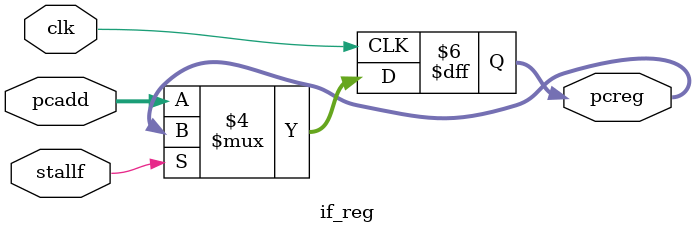
<source format=v>
module if_reg(input clk,
	      input [31:0] pcadd,
	      input 	   stallf,
	      output reg [31:0] pcreg);


   initial begin
      pcreg = 31'h400030;
   end


   always @(posedge clk) begin
      if(stallf != 1) begin
	     pcreg <= pcadd;
      end
   end

   
endmodule




</source>
